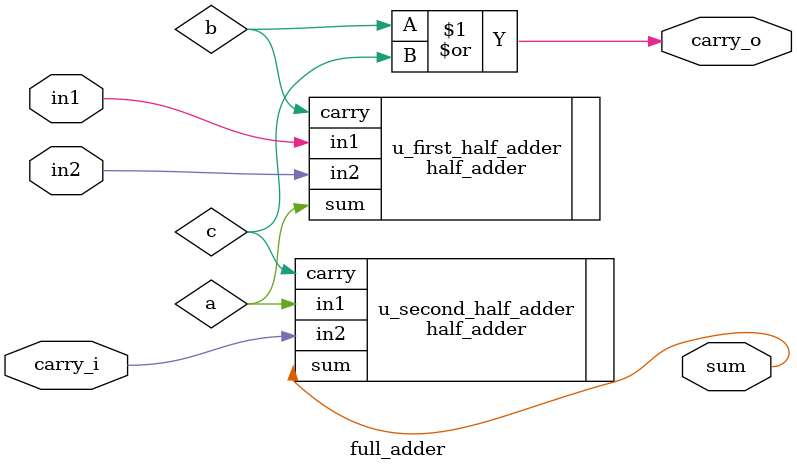
<source format=sv>
module full_adder (
  input logic carry_i,
  input logic in1,
  input logic in2,

  output logic sum,
  output logic carry_o
);
  logic a, b, c;
  half_adder u_first_half_adder (
    .in1,
    .in2,
    .sum(a),
    .carry(b)
  );
  half_adder u_second_half_adder (
    .in1(a),
    .in2(carry_i),
    .sum,
    .carry(c)
  );
  or u_or (carry_o, b, c);
endmodule : full_adder

</source>
